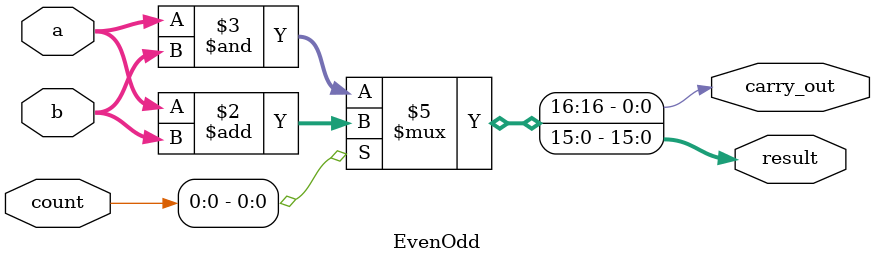
<source format=v>
module EvenOdd (count,a,b, result,carry_out);

input [2:0] count;
input [15:0] a,b;
output reg [15:0] result;
output reg carry_out;

always @ (*)
begin
	if(count[0])
	{carry_out,result}=a+b;
	else
	{carry_out,result}=a&b;
	
end
endmodule
</source>
